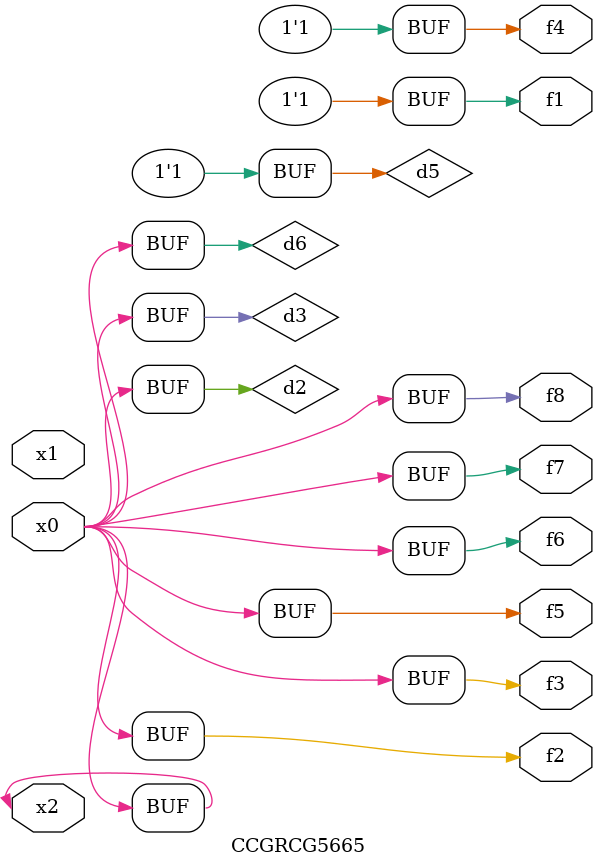
<source format=v>
module CCGRCG5665(
	input x0, x1, x2,
	output f1, f2, f3, f4, f5, f6, f7, f8
);

	wire d1, d2, d3, d4, d5, d6;

	xnor (d1, x2);
	buf (d2, x0, x2);
	and (d3, x0);
	xnor (d4, x1, x2);
	nand (d5, d1, d3);
	buf (d6, d2, d3);
	assign f1 = d5;
	assign f2 = d6;
	assign f3 = d6;
	assign f4 = d5;
	assign f5 = d6;
	assign f6 = d6;
	assign f7 = d6;
	assign f8 = d6;
endmodule

</source>
